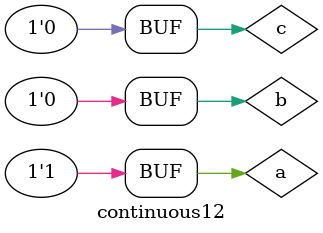
<source format=v>
module continuous12;
wire a,b,c;
assign #(1,2) a=1'b1, b=1'b0, c=1'd2;
endmodule

</source>
